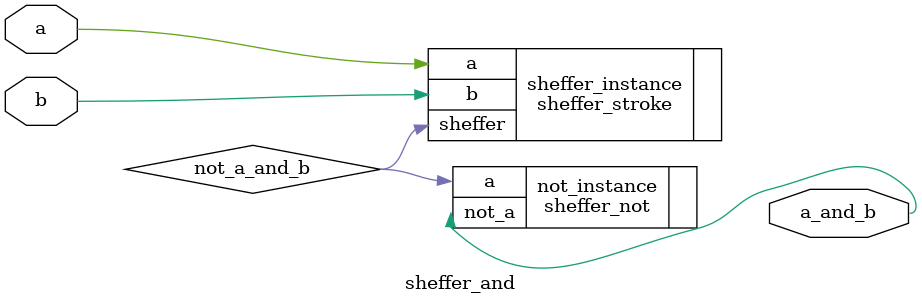
<source format=sv>
module sheffer_and(
    input logic a,
    input logic b,
    output logic a_and_b
);
    logic not_a_and_b;

    sheffer_stroke sheffer_instance(
        .a(a),
        .b(b),
        .sheffer(not_a_and_b)
    );

    sheffer_not not_instance(
        .a(not_a_and_b),
        .not_a(a_and_b)
    );
endmodule

</source>
